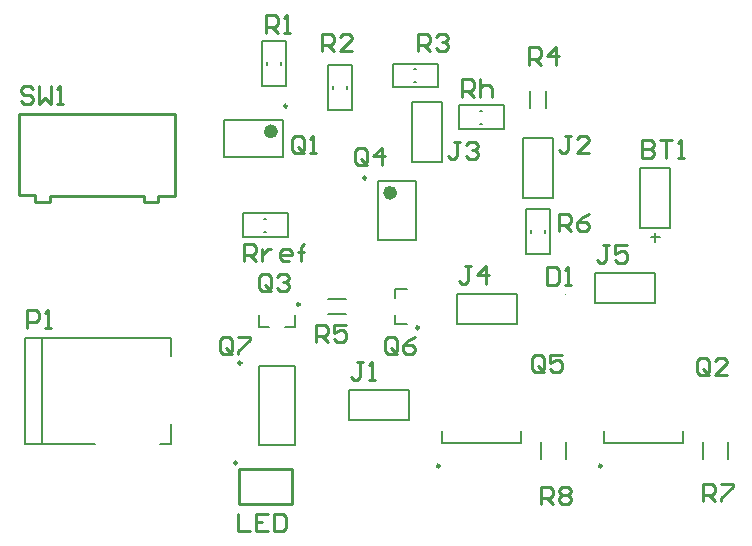
<source format=gto>
G04 Layer_Color=65535*
%FSLAX25Y25*%
%MOIN*%
G70*
G01*
G75*
%ADD40C,0.00984*%
%ADD41C,0.00394*%
%ADD42C,0.02362*%
%ADD43C,0.00787*%
%ADD44C,0.00600*%
%ADD45C,0.00800*%
%ADD46C,0.01000*%
%ADD47C,0.00591*%
D40*
X96579Y102724D02*
G03*
X96579Y102724I-492J0D01*
G01*
X118705Y144846D02*
G03*
X118705Y144846I-492J0D01*
G01*
X92339Y168787D02*
G03*
X92339Y168787I-492J0D01*
G01*
X77091Y83173D02*
G03*
X77091Y83173I-492J0D01*
G01*
X75650Y49874D02*
G03*
X75650Y49874I-492J0D01*
G01*
X136216Y94913D02*
G03*
X136216Y94913I-492J0D01*
G01*
X143161Y48858D02*
G03*
X143161Y48858I-492J0D01*
G01*
X197161D02*
G03*
X197161Y48858I-492J0D01*
G01*
D41*
X185134Y105874D02*
G03*
X185134Y105874I-197J0D01*
G01*
D42*
X127819Y139906D02*
G03*
X127819Y139906I-1181J0D01*
G01*
X88087Y160362D02*
G03*
X88087Y160362I-1181J0D01*
G01*
D43*
X83095Y95244D02*
X86244D01*
X83095D02*
Y99181D01*
X91756Y95244D02*
X94906D01*
Y99181D01*
X84606Y126736D02*
X85394D01*
X84606Y131264D02*
X85394D01*
X156606Y167264D02*
X157394D01*
X156606Y162736D02*
X157394D01*
X173736Y126606D02*
Y127394D01*
X178264Y126606D02*
Y127394D01*
X134606Y176736D02*
X135394D01*
X134606Y181264D02*
X135394D01*
X107736Y174606D02*
Y175394D01*
X112264Y174606D02*
Y175394D01*
X85736Y182606D02*
Y183394D01*
X90264Y182606D02*
Y183394D01*
X176866Y51244D02*
Y56756D01*
X185134Y51244D02*
Y56756D01*
X149000Y106000D02*
X169000D01*
X149000Y96000D02*
Y106000D01*
Y96000D02*
X169000D01*
Y106000D01*
X210000Y128000D02*
Y148000D01*
Y128000D02*
X220000D01*
Y148000D01*
X210000D02*
X220000D01*
X113000Y64000D02*
X133000D01*
Y74000D01*
X113000D02*
X133000D01*
X113000Y64000D02*
Y74000D01*
X178559Y168047D02*
Y173953D01*
X173441Y168047D02*
Y173953D01*
X215000Y103000D02*
Y113000D01*
X195000Y103000D02*
X215000D01*
X195000D02*
Y113000D01*
X215000D01*
X122701Y124158D02*
Y143842D01*
X135299Y124158D02*
Y143842D01*
X122701D02*
X135299D01*
X122701Y124158D02*
X135299D01*
X71157Y164299D02*
X90842D01*
X71157Y151701D02*
X90842D01*
Y164299D01*
X71157Y151701D02*
Y164299D01*
X144000Y150000D02*
Y170000D01*
X134000D02*
X144000D01*
X134000Y150000D02*
Y170000D01*
Y150000D02*
X144000D01*
X106047Y104559D02*
X111953D01*
X106047Y99441D02*
X111953D01*
X82898Y55811D02*
Y82189D01*
X95102Y55811D02*
Y82189D01*
X82898D02*
X95102D01*
X82898Y55811D02*
X95102D01*
X230866Y51244D02*
Y56756D01*
X239134Y51244D02*
Y56756D01*
X181000Y138000D02*
Y158000D01*
X171000D02*
X181000D01*
X171000Y138000D02*
Y158000D01*
Y138000D02*
X181000D01*
X128244Y104756D02*
Y107905D01*
X132181D01*
X128244Y96095D02*
Y99244D01*
Y96095D02*
X132181D01*
X143811Y56535D02*
Y60472D01*
Y56535D02*
X170189D01*
Y60472D01*
X197811Y56535D02*
Y60472D01*
Y56535D02*
X224189D01*
Y60472D01*
D44*
X77500Y125063D02*
Y133000D01*
Y125063D02*
X92500D01*
Y133000D01*
X77500D02*
X92500D01*
X149500Y169000D02*
X164500D01*
Y161063D02*
Y169000D01*
X149500Y161063D02*
X164500D01*
X149500D02*
Y169000D01*
X172063Y134500D02*
X180000D01*
X172063Y119500D02*
Y134500D01*
Y119500D02*
X180000D01*
Y134500D01*
X127500Y175000D02*
X142500D01*
X127500D02*
Y182937D01*
X142500D01*
Y175000D02*
Y182937D01*
X106063Y182500D02*
X114000D01*
X106063Y167500D02*
Y182500D01*
Y167500D02*
X114000D01*
Y182500D01*
X84000Y175500D02*
Y190500D01*
X91937D01*
Y175500D02*
Y190500D01*
X84000Y175500D02*
X91937D01*
D45*
X49827Y56000D02*
X53567D01*
X10654D02*
Y91433D01*
X53567Y56000D02*
Y62890D01*
Y85528D02*
Y91433D01*
X5000Y56000D02*
X28173D01*
X5000Y91433D02*
X53567D01*
X5000Y56000D02*
Y91433D01*
D46*
X49216Y138965D02*
X54787D01*
X49216Y136740D02*
Y138965D01*
X44472Y136740D02*
X49216D01*
X44472D02*
Y138945D01*
X13291D02*
X44472D01*
X13291Y136740D02*
Y138945D01*
X8213Y136740D02*
X13291D01*
X8213D02*
Y139102D01*
X3094D02*
X8213D01*
X3094D02*
Y166012D01*
X54787D01*
Y138965D02*
Y166012D01*
X76142Y36094D02*
Y47905D01*
X93858D01*
Y36094D02*
Y47905D01*
X76142Y36094D02*
X93858D01*
X86999Y108000D02*
Y111998D01*
X85999Y112998D01*
X84000D01*
X83000Y111998D01*
Y108000D01*
X84000Y107000D01*
X85999D01*
X84999Y108999D02*
X86999Y107000D01*
X85999D02*
X86999Y108000D01*
X88998Y111998D02*
X89998Y112998D01*
X91997D01*
X92997Y111998D01*
Y110999D01*
X91997Y109999D01*
X90997D01*
X91997D01*
X92997Y108999D01*
Y108000D01*
X91997Y107000D01*
X89998D01*
X88998Y108000D01*
X177000Y36000D02*
Y41998D01*
X179999D01*
X180999Y40998D01*
Y38999D01*
X179999Y37999D01*
X177000D01*
X178999D02*
X180999Y36000D01*
X182998Y40998D02*
X183998Y41998D01*
X185997D01*
X186997Y40998D01*
Y39999D01*
X185997Y38999D01*
X186997Y37999D01*
Y37000D01*
X185997Y36000D01*
X183998D01*
X182998Y37000D01*
Y37999D01*
X183998Y38999D01*
X182998Y39999D01*
Y40998D01*
X183998Y38999D02*
X185997D01*
X210600Y157398D02*
Y151400D01*
X213599D01*
X214599Y152400D01*
Y153399D01*
X213599Y154399D01*
X210600D01*
X213599D01*
X214599Y155399D01*
Y156398D01*
X213599Y157398D01*
X210600D01*
X216598D02*
X220597D01*
X218597D01*
Y151400D01*
X222596D02*
X224595D01*
X223596D01*
Y157398D01*
X222596Y156398D01*
X186999Y158998D02*
X184999D01*
X185999D01*
Y154000D01*
X184999Y153000D01*
X184000D01*
X183000Y154000D01*
X192997Y153000D02*
X188998D01*
X192997Y156999D01*
Y157998D01*
X191997Y158998D01*
X189998D01*
X188998Y157998D01*
X117599Y83398D02*
X115599D01*
X116599D01*
Y78400D01*
X115599Y77400D01*
X114600D01*
X113600Y78400D01*
X119598Y77400D02*
X121597D01*
X120598D01*
Y83398D01*
X119598Y82398D01*
X153599Y115398D02*
X151599D01*
X152599D01*
Y110400D01*
X151599Y109400D01*
X150600D01*
X149600Y110400D01*
X158597Y109400D02*
Y115398D01*
X155598Y112399D01*
X159597D01*
X149999Y156998D02*
X147999D01*
X148999D01*
Y152000D01*
X147999Y151000D01*
X147000D01*
X146000Y152000D01*
X151998Y155998D02*
X152998Y156998D01*
X154997D01*
X155997Y155998D01*
Y154999D01*
X154997Y153999D01*
X153997D01*
X154997D01*
X155997Y152999D01*
Y152000D01*
X154997Y151000D01*
X152998D01*
X151998Y152000D01*
X76000Y32998D02*
Y27000D01*
X79999D01*
X85997Y32998D02*
X81998D01*
Y27000D01*
X85997D01*
X81998Y29999D02*
X83997D01*
X87996Y32998D02*
Y27000D01*
X90995D01*
X91995Y28000D01*
Y31998D01*
X90995Y32998D01*
X87996D01*
X5600Y94800D02*
Y100798D01*
X8599D01*
X9599Y99798D01*
Y97799D01*
X8599Y96799D01*
X5600D01*
X11598Y94800D02*
X13597D01*
X12598D01*
Y100798D01*
X11598Y99798D01*
X97999Y154000D02*
Y157998D01*
X96999Y158998D01*
X95000D01*
X94000Y157998D01*
Y154000D01*
X95000Y153000D01*
X96999D01*
X95999Y154999D02*
X97999Y153000D01*
X96999D02*
X97999Y154000D01*
X99998Y153000D02*
X101997D01*
X100998D01*
Y158998D01*
X99998Y157998D01*
X232999Y80000D02*
Y83998D01*
X231999Y84998D01*
X230000D01*
X229000Y83998D01*
Y80000D01*
X230000Y79000D01*
X231999D01*
X230999Y80999D02*
X232999Y79000D01*
X231999D02*
X232999Y80000D01*
X238997Y79000D02*
X234998D01*
X238997Y82999D01*
Y83998D01*
X237997Y84998D01*
X235998D01*
X234998Y83998D01*
X118999Y150000D02*
Y153998D01*
X117999Y154998D01*
X116000D01*
X115000Y153998D01*
Y150000D01*
X116000Y149000D01*
X117999D01*
X116999Y150999D02*
X118999Y149000D01*
X117999D02*
X118999Y150000D01*
X123997Y149000D02*
Y154998D01*
X120998Y151999D01*
X124997D01*
X177999Y81000D02*
Y84998D01*
X176999Y85998D01*
X175000D01*
X174000Y84998D01*
Y81000D01*
X175000Y80000D01*
X176999D01*
X175999Y81999D02*
X177999Y80000D01*
X176999D02*
X177999Y81000D01*
X183997Y85998D02*
X179998D01*
Y82999D01*
X181997Y83999D01*
X182997D01*
X183997Y82999D01*
Y81000D01*
X182997Y80000D01*
X180998D01*
X179998Y81000D01*
X128999Y87000D02*
Y90998D01*
X127999Y91998D01*
X126000D01*
X125000Y90998D01*
Y87000D01*
X126000Y86000D01*
X127999D01*
X126999Y87999D02*
X128999Y86000D01*
X127999D02*
X128999Y87000D01*
X134997Y91998D02*
X132997Y90998D01*
X130998Y88999D01*
Y87000D01*
X131998Y86000D01*
X133997D01*
X134997Y87000D01*
Y87999D01*
X133997Y88999D01*
X130998D01*
X73999Y87000D02*
Y90998D01*
X72999Y91998D01*
X71000D01*
X70000Y90998D01*
Y87000D01*
X71000Y86000D01*
X72999D01*
X71999Y87999D02*
X73999Y86000D01*
X72999D02*
X73999Y87000D01*
X75998Y91998D02*
X79997D01*
Y90998D01*
X75998Y87000D01*
Y86000D01*
X85200Y193300D02*
Y199298D01*
X88199D01*
X89199Y198298D01*
Y196299D01*
X88199Y195299D01*
X85200D01*
X87199D02*
X89199Y193300D01*
X91198D02*
X93197D01*
X92198D01*
Y199298D01*
X91198Y198298D01*
X104000Y187000D02*
Y192998D01*
X106999D01*
X107999Y191998D01*
Y189999D01*
X106999Y188999D01*
X104000D01*
X105999D02*
X107999Y187000D01*
X113997D02*
X109998D01*
X113997Y190999D01*
Y191998D01*
X112997Y192998D01*
X110998D01*
X109998Y191998D01*
X136000Y187000D02*
Y192998D01*
X138999D01*
X139999Y191998D01*
Y189999D01*
X138999Y188999D01*
X136000D01*
X137999D02*
X139999Y187000D01*
X141998Y191998D02*
X142998Y192998D01*
X144997D01*
X145997Y191998D01*
Y190999D01*
X144997Y189999D01*
X143997D01*
X144997D01*
X145997Y188999D01*
Y188000D01*
X144997Y187000D01*
X142998D01*
X141998Y188000D01*
X172800Y182600D02*
Y188598D01*
X175799D01*
X176799Y187598D01*
Y185599D01*
X175799Y184599D01*
X172800D01*
X174799D02*
X176799Y182600D01*
X181797D02*
Y188598D01*
X178798Y185599D01*
X182797D01*
X102000Y90000D02*
Y95998D01*
X104999D01*
X105999Y94998D01*
Y92999D01*
X104999Y91999D01*
X102000D01*
X103999D02*
X105999Y90000D01*
X111997Y95998D02*
X107998D01*
Y92999D01*
X109997Y93999D01*
X110997D01*
X111997Y92999D01*
Y91000D01*
X110997Y90000D01*
X108998D01*
X107998Y91000D01*
X183000Y127000D02*
Y132998D01*
X185999D01*
X186999Y131998D01*
Y129999D01*
X185999Y128999D01*
X183000D01*
X184999D02*
X186999Y127000D01*
X192997Y132998D02*
X190997Y131998D01*
X188998Y129999D01*
Y128000D01*
X189998Y127000D01*
X191997D01*
X192997Y128000D01*
Y128999D01*
X191997Y129999D01*
X188998D01*
X231000Y37000D02*
Y42998D01*
X233999D01*
X234999Y41998D01*
Y39999D01*
X233999Y38999D01*
X231000D01*
X232999D02*
X234999Y37000D01*
X236998Y42998D02*
X240997D01*
Y41998D01*
X236998Y38000D01*
Y37000D01*
X150700Y171800D02*
Y177798D01*
X153699D01*
X154699Y176798D01*
Y174799D01*
X153699Y173799D01*
X150700D01*
X152699D02*
X154699Y171800D01*
X156698Y177798D02*
Y171800D01*
Y174799D01*
X157698Y175799D01*
X159697D01*
X160697Y174799D01*
Y171800D01*
X78000Y117000D02*
Y122998D01*
X80999D01*
X81999Y121998D01*
Y119999D01*
X80999Y118999D01*
X78000D01*
X79999D02*
X81999Y117000D01*
X83998Y120999D02*
Y117000D01*
Y118999D01*
X84998Y119999D01*
X85997Y120999D01*
X86997D01*
X92995Y117000D02*
X90996D01*
X89996Y118000D01*
Y119999D01*
X90996Y120999D01*
X92995D01*
X93995Y119999D01*
Y118999D01*
X89996D01*
X96994Y117000D02*
Y121998D01*
Y119999D01*
X95994D01*
X97993D01*
X96994D01*
Y121998D01*
X97993Y122998D01*
X7599Y174498D02*
X6599Y175498D01*
X4600D01*
X3600Y174498D01*
Y173499D01*
X4600Y172499D01*
X6599D01*
X7599Y171499D01*
Y170500D01*
X6599Y169500D01*
X4600D01*
X3600Y170500D01*
X9598Y175498D02*
Y169500D01*
X11597Y171499D01*
X13597Y169500D01*
Y175498D01*
X15596Y169500D02*
X17595D01*
X16596D01*
Y175498D01*
X15596Y174498D01*
X178800Y115298D02*
Y109300D01*
X181799D01*
X182799Y110300D01*
Y114298D01*
X181799Y115298D01*
X178800D01*
X184798Y109300D02*
X186797D01*
X185798D01*
Y115298D01*
X184798Y114298D01*
X199599Y122398D02*
X197599D01*
X198599D01*
Y117400D01*
X197599Y116400D01*
X196600D01*
X195600Y117400D01*
X205597Y122398D02*
X201598D01*
Y119399D01*
X203597Y120399D01*
X204597D01*
X205597Y119399D01*
Y117400D01*
X204597Y116400D01*
X202598D01*
X201598Y117400D01*
D47*
X215009Y123551D02*
Y126569D01*
X213500Y125060D02*
X216517D01*
M02*

</source>
